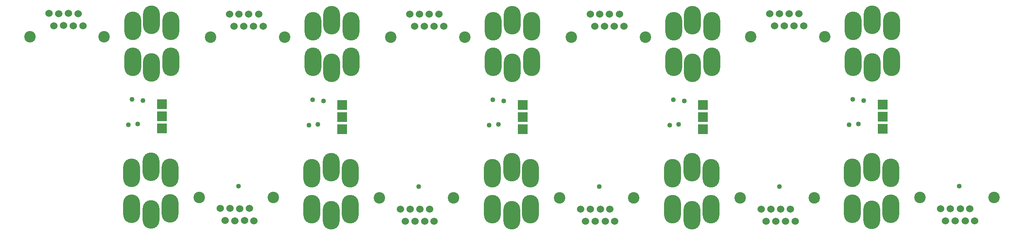
<source format=gbr>
%FSLAX23Y23*%
%MOIN*%
%ADD19O,0.13780X0.23622*%
%ADD14R,0.08000X0.08000*%
%ADD70C,0.04000*%
%ADD11C,0.06000*%
%ADD12C,0.09449*%
X000Y000D02*
D02*
D11*
X210Y1807D03*
X249Y1706D03*
X289Y1806D03*
X329Y1707D03*
X369Y1807D03*
X409Y1706D03*
X450Y1806D03*
X489Y1706D03*
X1617Y197D03*
X1657Y097D03*
X1694Y1803D03*
X1697Y197D03*
X1733Y1702D03*
X1737Y096D03*
X1773Y1803D03*
X1778Y196D03*
X1813Y1703D03*
X1818Y097D03*
X1853Y1803D03*
X1857Y197D03*
X1893Y1703D03*
X1896Y096D03*
X1934Y1803D03*
X1973Y1703D03*
X3101Y193D03*
X3141Y093D03*
X3179Y1803D03*
X3181Y193D03*
X3218Y1702D03*
X3221Y092D03*
X3258Y1803D03*
X3262Y192D03*
X3298Y1703D03*
X3302Y093D03*
X3338Y1803D03*
X3341Y193D03*
X3378Y1703D03*
X3380Y092D03*
X3419Y1803D03*
X3458Y1703D03*
X4586Y193D03*
X4626Y093D03*
X4664Y1803D03*
X4666Y193D03*
X4703Y1702D03*
X4706Y092D03*
X4743Y1803D03*
X4747Y192D03*
X4783Y1703D03*
X4787Y093D03*
X4823Y1803D03*
X4826Y193D03*
X4863Y1703D03*
X4865Y092D03*
X4904Y1803D03*
X4943Y1703D03*
X6071Y193D03*
X6111Y093D03*
X6143Y1806D03*
X6152Y193D03*
X6182Y1706D03*
X6191Y092D03*
X6222Y1806D03*
X6232Y192D03*
X6262Y1706D03*
X6272Y093D03*
X6302Y1806D03*
X6311Y193D03*
X6342Y1706D03*
X6351Y092D03*
X6383Y1806D03*
X6422Y1706D03*
X7550Y196D03*
X7590Y096D03*
X7630Y196D03*
X7670Y096D03*
X7711Y196D03*
X7751Y096D03*
X7790Y196D03*
X7829Y096D03*
D02*
D12*
X053Y1615D03*
X663D03*
X1444Y288D03*
X1537Y1612D03*
X2054Y288D03*
X2147Y1612D03*
X2928Y284D03*
X3022Y1612D03*
X3538Y284D03*
X3632Y1612D03*
X4413Y284D03*
X4507Y1612D03*
X5023Y284D03*
X5117Y1612D03*
X5898Y284D03*
X5986Y1615D03*
X6508Y284D03*
X6596Y1615D03*
X7377Y287D03*
X7987D03*
D02*
D14*
X1138Y857D03*
Y957D03*
Y1057D03*
X2622Y853D03*
Y953D03*
Y1053D03*
X4107Y853D03*
Y953D03*
Y1053D03*
X5592Y853D03*
Y953D03*
Y1053D03*
X7071Y856D03*
Y956D03*
Y1056D03*
D02*
D19*
X889Y196D03*
Y491D03*
X897Y1705D03*
X897Y1410D03*
X1048Y541D03*
X1048Y147D03*
X1052Y1755D03*
X1052Y1361D03*
X1204Y491D03*
X1204Y197D03*
X1211Y1410D03*
Y1705D03*
X2373Y193D03*
Y488D03*
X2381Y1701D03*
X2381Y1407D03*
X2532Y537D03*
X2532Y143D03*
X2536Y1751D03*
X2536Y1357D03*
X2688Y488D03*
X2688Y193D03*
X2695Y1407D03*
Y1701D03*
X3858Y193D03*
Y488D03*
X3866Y1701D03*
X3866Y1407D03*
X4017Y537D03*
X4017Y143D03*
X4021Y1751D03*
X4021Y1357D03*
X4173Y488D03*
X4173Y193D03*
X4181Y1407D03*
Y1701D03*
X5343Y193D03*
Y488D03*
X5351Y1701D03*
X5351Y1407D03*
X5502Y537D03*
X5503Y143D03*
X5506Y1751D03*
X5506Y1357D03*
X5658Y488D03*
X5658Y193D03*
X5666Y1407D03*
Y1701D03*
X6822Y196D03*
Y491D03*
X6830Y1704D03*
X6830Y1410D03*
X6981Y540D03*
X6981Y146D03*
X6985Y1755D03*
X6985Y1361D03*
X7137Y491D03*
X7137Y196D03*
X7144Y1410D03*
Y1705D03*
D02*
D70*
X863Y890D03*
X893Y1100D03*
X938Y895D03*
X983Y1090D03*
X1768Y382D03*
X2347Y886D03*
X2377Y1096D03*
X2422Y891D03*
X2467Y1086D03*
X3252Y378D03*
X3832Y886D03*
X3862Y1096D03*
X3907Y891D03*
X3952Y1086D03*
X4737Y378D03*
X5317Y886D03*
X5347Y1096D03*
X5392Y891D03*
X5437Y1086D03*
X6222Y378D03*
X6796Y889D03*
X6826Y1099D03*
X6871Y894D03*
X6916Y1089D03*
X7701Y381D03*
X000Y000D02*
M02*

</source>
